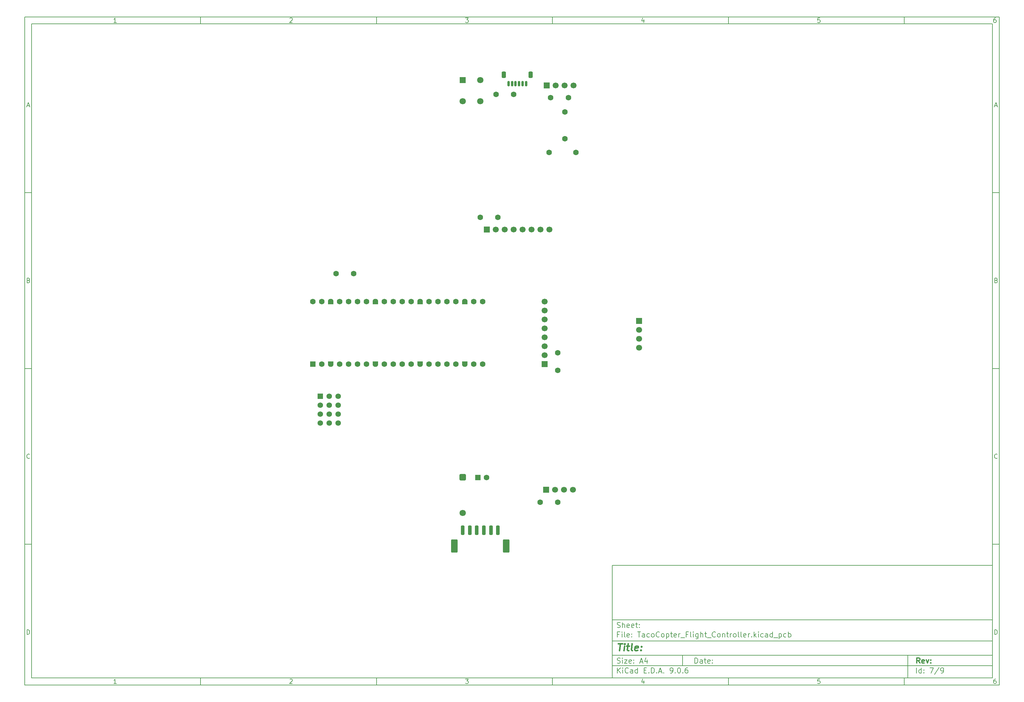
<source format=gts>
%TF.GenerationSoftware,KiCad,Pcbnew,9.0.6*%
%TF.CreationDate,2025-12-23T20:17:25-05:00*%
%TF.ProjectId,TacoCopter_Flight_Controller,5461636f-436f-4707-9465-725f466c6967,rev?*%
%TF.SameCoordinates,Original*%
%TF.FileFunction,Soldermask,Top*%
%TF.FilePolarity,Negative*%
%FSLAX46Y46*%
G04 Gerber Fmt 4.6, Leading zero omitted, Abs format (unit mm)*
G04 Created by KiCad (PCBNEW 9.0.6) date 2025-12-23 20:17:25*
%MOMM*%
%LPD*%
G01*
G04 APERTURE LIST*
G04 Aperture macros list*
%AMRoundRect*
0 Rectangle with rounded corners*
0 $1 Rounding radius*
0 $2 $3 $4 $5 $6 $7 $8 $9 X,Y pos of 4 corners*
0 Add a 4 corners polygon primitive as box body*
4,1,4,$2,$3,$4,$5,$6,$7,$8,$9,$2,$3,0*
0 Add four circle primitives for the rounded corners*
1,1,$1+$1,$2,$3*
1,1,$1+$1,$4,$5*
1,1,$1+$1,$6,$7*
1,1,$1+$1,$8,$9*
0 Add four rect primitives between the rounded corners*
20,1,$1+$1,$2,$3,$4,$5,0*
20,1,$1+$1,$4,$5,$6,$7,0*
20,1,$1+$1,$6,$7,$8,$9,0*
20,1,$1+$1,$8,$9,$2,$3,0*%
%AMFreePoly0*
4,1,37,0.603843,0.796157,0.639018,0.796157,0.711114,0.766294,0.766294,0.711114,0.796157,0.639018,0.796157,0.603843,0.800000,0.600000,0.800000,-0.600000,0.796157,-0.603843,0.796157,-0.639018,0.766294,-0.711114,0.711114,-0.766294,0.639018,-0.796157,0.603843,-0.796157,0.600000,-0.800000,0.000000,-0.800000,0.000000,-0.796148,-0.078414,-0.796148,-0.232228,-0.765552,-0.377117,-0.705537,
-0.507515,-0.618408,-0.618408,-0.507515,-0.705537,-0.377117,-0.765552,-0.232228,-0.796148,-0.078414,-0.796148,0.078414,-0.765552,0.232228,-0.705537,0.377117,-0.618408,0.507515,-0.507515,0.618408,-0.377117,0.705537,-0.232228,0.765552,-0.078414,0.796148,0.000000,0.796148,0.000000,0.800000,0.600000,0.800000,0.603843,0.796157,0.603843,0.796157,$1*%
%AMFreePoly1*
4,1,37,0.000000,0.796148,0.078414,0.796148,0.232228,0.765552,0.377117,0.705537,0.507515,0.618408,0.618408,0.507515,0.705537,0.377117,0.765552,0.232228,0.796148,0.078414,0.796148,-0.078414,0.765552,-0.232228,0.705537,-0.377117,0.618408,-0.507515,0.507515,-0.618408,0.377117,-0.705537,0.232228,-0.765552,0.078414,-0.796148,0.000000,-0.796148,0.000000,-0.800000,-0.600000,-0.800000,
-0.603843,-0.796157,-0.639018,-0.796157,-0.711114,-0.766294,-0.766294,-0.711114,-0.796157,-0.639018,-0.796157,-0.603843,-0.800000,-0.600000,-0.800000,0.600000,-0.796157,0.603843,-0.796157,0.639018,-0.766294,0.711114,-0.711114,0.766294,-0.639018,0.796157,-0.603843,0.796157,-0.600000,0.800000,0.000000,0.800000,0.000000,0.796148,0.000000,0.796148,$1*%
G04 Aperture macros list end*
%ADD10C,0.100000*%
%ADD11C,0.150000*%
%ADD12C,0.300000*%
%ADD13C,0.400000*%
%ADD14RoundRect,0.200000X0.600000X-0.600000X0.600000X0.600000X-0.600000X0.600000X-0.600000X-0.600000X0*%
%ADD15C,1.600000*%
%ADD16FreePoly0,90.000000*%
%ADD17FreePoly1,90.000000*%
%ADD18RoundRect,0.150000X-0.150000X-0.625000X0.150000X-0.625000X0.150000X0.625000X-0.150000X0.625000X0*%
%ADD19RoundRect,0.250000X-0.350000X-0.650000X0.350000X-0.650000X0.350000X0.650000X-0.350000X0.650000X0*%
%ADD20R,1.700000X1.700000*%
%ADD21C,1.700000*%
%ADD22RoundRect,0.250000X-0.550000X-0.550000X0.550000X-0.550000X0.550000X0.550000X-0.550000X0.550000X0*%
%ADD23RoundRect,0.250000X-0.250000X-1.100000X0.250000X-1.100000X0.250000X1.100000X-0.250000X1.100000X0*%
%ADD24RoundRect,0.250000X-0.650000X-1.650000X0.650000X-1.650000X0.650000X1.650000X-0.650000X1.650000X0*%
%ADD25RoundRect,0.102000X-0.685000X0.685000X-0.685000X-0.685000X0.685000X-0.685000X0.685000X0.685000X0*%
%ADD26C,1.574000*%
%ADD27RoundRect,0.250000X-0.650000X0.650000X-0.650000X-0.650000X0.650000X-0.650000X0.650000X0.650000X0*%
%ADD28C,1.800000*%
%ADD29R,1.800000X1.800000*%
G04 APERTURE END LIST*
D10*
D11*
X177002200Y-166007200D02*
X285002200Y-166007200D01*
X285002200Y-198007200D01*
X177002200Y-198007200D01*
X177002200Y-166007200D01*
D10*
D11*
X10000000Y-10000000D02*
X287002200Y-10000000D01*
X287002200Y-200007200D01*
X10000000Y-200007200D01*
X10000000Y-10000000D01*
D10*
D11*
X12000000Y-12000000D02*
X285002200Y-12000000D01*
X285002200Y-198007200D01*
X12000000Y-198007200D01*
X12000000Y-12000000D01*
D10*
D11*
X60000000Y-12000000D02*
X60000000Y-10000000D01*
D10*
D11*
X110000000Y-12000000D02*
X110000000Y-10000000D01*
D10*
D11*
X160000000Y-12000000D02*
X160000000Y-10000000D01*
D10*
D11*
X210000000Y-12000000D02*
X210000000Y-10000000D01*
D10*
D11*
X260000000Y-12000000D02*
X260000000Y-10000000D01*
D10*
D11*
X36089160Y-11593604D02*
X35346303Y-11593604D01*
X35717731Y-11593604D02*
X35717731Y-10293604D01*
X35717731Y-10293604D02*
X35593922Y-10479319D01*
X35593922Y-10479319D02*
X35470112Y-10603128D01*
X35470112Y-10603128D02*
X35346303Y-10665033D01*
D10*
D11*
X85346303Y-10417414D02*
X85408207Y-10355509D01*
X85408207Y-10355509D02*
X85532017Y-10293604D01*
X85532017Y-10293604D02*
X85841541Y-10293604D01*
X85841541Y-10293604D02*
X85965350Y-10355509D01*
X85965350Y-10355509D02*
X86027255Y-10417414D01*
X86027255Y-10417414D02*
X86089160Y-10541223D01*
X86089160Y-10541223D02*
X86089160Y-10665033D01*
X86089160Y-10665033D02*
X86027255Y-10850747D01*
X86027255Y-10850747D02*
X85284398Y-11593604D01*
X85284398Y-11593604D02*
X86089160Y-11593604D01*
D10*
D11*
X135284398Y-10293604D02*
X136089160Y-10293604D01*
X136089160Y-10293604D02*
X135655826Y-10788842D01*
X135655826Y-10788842D02*
X135841541Y-10788842D01*
X135841541Y-10788842D02*
X135965350Y-10850747D01*
X135965350Y-10850747D02*
X136027255Y-10912652D01*
X136027255Y-10912652D02*
X136089160Y-11036461D01*
X136089160Y-11036461D02*
X136089160Y-11345985D01*
X136089160Y-11345985D02*
X136027255Y-11469795D01*
X136027255Y-11469795D02*
X135965350Y-11531700D01*
X135965350Y-11531700D02*
X135841541Y-11593604D01*
X135841541Y-11593604D02*
X135470112Y-11593604D01*
X135470112Y-11593604D02*
X135346303Y-11531700D01*
X135346303Y-11531700D02*
X135284398Y-11469795D01*
D10*
D11*
X185965350Y-10726938D02*
X185965350Y-11593604D01*
X185655826Y-10231700D02*
X185346303Y-11160271D01*
X185346303Y-11160271D02*
X186151064Y-11160271D01*
D10*
D11*
X236027255Y-10293604D02*
X235408207Y-10293604D01*
X235408207Y-10293604D02*
X235346303Y-10912652D01*
X235346303Y-10912652D02*
X235408207Y-10850747D01*
X235408207Y-10850747D02*
X235532017Y-10788842D01*
X235532017Y-10788842D02*
X235841541Y-10788842D01*
X235841541Y-10788842D02*
X235965350Y-10850747D01*
X235965350Y-10850747D02*
X236027255Y-10912652D01*
X236027255Y-10912652D02*
X236089160Y-11036461D01*
X236089160Y-11036461D02*
X236089160Y-11345985D01*
X236089160Y-11345985D02*
X236027255Y-11469795D01*
X236027255Y-11469795D02*
X235965350Y-11531700D01*
X235965350Y-11531700D02*
X235841541Y-11593604D01*
X235841541Y-11593604D02*
X235532017Y-11593604D01*
X235532017Y-11593604D02*
X235408207Y-11531700D01*
X235408207Y-11531700D02*
X235346303Y-11469795D01*
D10*
D11*
X285965350Y-10293604D02*
X285717731Y-10293604D01*
X285717731Y-10293604D02*
X285593922Y-10355509D01*
X285593922Y-10355509D02*
X285532017Y-10417414D01*
X285532017Y-10417414D02*
X285408207Y-10603128D01*
X285408207Y-10603128D02*
X285346303Y-10850747D01*
X285346303Y-10850747D02*
X285346303Y-11345985D01*
X285346303Y-11345985D02*
X285408207Y-11469795D01*
X285408207Y-11469795D02*
X285470112Y-11531700D01*
X285470112Y-11531700D02*
X285593922Y-11593604D01*
X285593922Y-11593604D02*
X285841541Y-11593604D01*
X285841541Y-11593604D02*
X285965350Y-11531700D01*
X285965350Y-11531700D02*
X286027255Y-11469795D01*
X286027255Y-11469795D02*
X286089160Y-11345985D01*
X286089160Y-11345985D02*
X286089160Y-11036461D01*
X286089160Y-11036461D02*
X286027255Y-10912652D01*
X286027255Y-10912652D02*
X285965350Y-10850747D01*
X285965350Y-10850747D02*
X285841541Y-10788842D01*
X285841541Y-10788842D02*
X285593922Y-10788842D01*
X285593922Y-10788842D02*
X285470112Y-10850747D01*
X285470112Y-10850747D02*
X285408207Y-10912652D01*
X285408207Y-10912652D02*
X285346303Y-11036461D01*
D10*
D11*
X60000000Y-198007200D02*
X60000000Y-200007200D01*
D10*
D11*
X110000000Y-198007200D02*
X110000000Y-200007200D01*
D10*
D11*
X160000000Y-198007200D02*
X160000000Y-200007200D01*
D10*
D11*
X210000000Y-198007200D02*
X210000000Y-200007200D01*
D10*
D11*
X260000000Y-198007200D02*
X260000000Y-200007200D01*
D10*
D11*
X36089160Y-199600804D02*
X35346303Y-199600804D01*
X35717731Y-199600804D02*
X35717731Y-198300804D01*
X35717731Y-198300804D02*
X35593922Y-198486519D01*
X35593922Y-198486519D02*
X35470112Y-198610328D01*
X35470112Y-198610328D02*
X35346303Y-198672233D01*
D10*
D11*
X85346303Y-198424614D02*
X85408207Y-198362709D01*
X85408207Y-198362709D02*
X85532017Y-198300804D01*
X85532017Y-198300804D02*
X85841541Y-198300804D01*
X85841541Y-198300804D02*
X85965350Y-198362709D01*
X85965350Y-198362709D02*
X86027255Y-198424614D01*
X86027255Y-198424614D02*
X86089160Y-198548423D01*
X86089160Y-198548423D02*
X86089160Y-198672233D01*
X86089160Y-198672233D02*
X86027255Y-198857947D01*
X86027255Y-198857947D02*
X85284398Y-199600804D01*
X85284398Y-199600804D02*
X86089160Y-199600804D01*
D10*
D11*
X135284398Y-198300804D02*
X136089160Y-198300804D01*
X136089160Y-198300804D02*
X135655826Y-198796042D01*
X135655826Y-198796042D02*
X135841541Y-198796042D01*
X135841541Y-198796042D02*
X135965350Y-198857947D01*
X135965350Y-198857947D02*
X136027255Y-198919852D01*
X136027255Y-198919852D02*
X136089160Y-199043661D01*
X136089160Y-199043661D02*
X136089160Y-199353185D01*
X136089160Y-199353185D02*
X136027255Y-199476995D01*
X136027255Y-199476995D02*
X135965350Y-199538900D01*
X135965350Y-199538900D02*
X135841541Y-199600804D01*
X135841541Y-199600804D02*
X135470112Y-199600804D01*
X135470112Y-199600804D02*
X135346303Y-199538900D01*
X135346303Y-199538900D02*
X135284398Y-199476995D01*
D10*
D11*
X185965350Y-198734138D02*
X185965350Y-199600804D01*
X185655826Y-198238900D02*
X185346303Y-199167471D01*
X185346303Y-199167471D02*
X186151064Y-199167471D01*
D10*
D11*
X236027255Y-198300804D02*
X235408207Y-198300804D01*
X235408207Y-198300804D02*
X235346303Y-198919852D01*
X235346303Y-198919852D02*
X235408207Y-198857947D01*
X235408207Y-198857947D02*
X235532017Y-198796042D01*
X235532017Y-198796042D02*
X235841541Y-198796042D01*
X235841541Y-198796042D02*
X235965350Y-198857947D01*
X235965350Y-198857947D02*
X236027255Y-198919852D01*
X236027255Y-198919852D02*
X236089160Y-199043661D01*
X236089160Y-199043661D02*
X236089160Y-199353185D01*
X236089160Y-199353185D02*
X236027255Y-199476995D01*
X236027255Y-199476995D02*
X235965350Y-199538900D01*
X235965350Y-199538900D02*
X235841541Y-199600804D01*
X235841541Y-199600804D02*
X235532017Y-199600804D01*
X235532017Y-199600804D02*
X235408207Y-199538900D01*
X235408207Y-199538900D02*
X235346303Y-199476995D01*
D10*
D11*
X285965350Y-198300804D02*
X285717731Y-198300804D01*
X285717731Y-198300804D02*
X285593922Y-198362709D01*
X285593922Y-198362709D02*
X285532017Y-198424614D01*
X285532017Y-198424614D02*
X285408207Y-198610328D01*
X285408207Y-198610328D02*
X285346303Y-198857947D01*
X285346303Y-198857947D02*
X285346303Y-199353185D01*
X285346303Y-199353185D02*
X285408207Y-199476995D01*
X285408207Y-199476995D02*
X285470112Y-199538900D01*
X285470112Y-199538900D02*
X285593922Y-199600804D01*
X285593922Y-199600804D02*
X285841541Y-199600804D01*
X285841541Y-199600804D02*
X285965350Y-199538900D01*
X285965350Y-199538900D02*
X286027255Y-199476995D01*
X286027255Y-199476995D02*
X286089160Y-199353185D01*
X286089160Y-199353185D02*
X286089160Y-199043661D01*
X286089160Y-199043661D02*
X286027255Y-198919852D01*
X286027255Y-198919852D02*
X285965350Y-198857947D01*
X285965350Y-198857947D02*
X285841541Y-198796042D01*
X285841541Y-198796042D02*
X285593922Y-198796042D01*
X285593922Y-198796042D02*
X285470112Y-198857947D01*
X285470112Y-198857947D02*
X285408207Y-198919852D01*
X285408207Y-198919852D02*
X285346303Y-199043661D01*
D10*
D11*
X10000000Y-60000000D02*
X12000000Y-60000000D01*
D10*
D11*
X10000000Y-110000000D02*
X12000000Y-110000000D01*
D10*
D11*
X10000000Y-160000000D02*
X12000000Y-160000000D01*
D10*
D11*
X10690476Y-35222176D02*
X11309523Y-35222176D01*
X10566666Y-35593604D02*
X10999999Y-34293604D01*
X10999999Y-34293604D02*
X11433333Y-35593604D01*
D10*
D11*
X11092857Y-84912652D02*
X11278571Y-84974557D01*
X11278571Y-84974557D02*
X11340476Y-85036461D01*
X11340476Y-85036461D02*
X11402380Y-85160271D01*
X11402380Y-85160271D02*
X11402380Y-85345985D01*
X11402380Y-85345985D02*
X11340476Y-85469795D01*
X11340476Y-85469795D02*
X11278571Y-85531700D01*
X11278571Y-85531700D02*
X11154761Y-85593604D01*
X11154761Y-85593604D02*
X10659523Y-85593604D01*
X10659523Y-85593604D02*
X10659523Y-84293604D01*
X10659523Y-84293604D02*
X11092857Y-84293604D01*
X11092857Y-84293604D02*
X11216666Y-84355509D01*
X11216666Y-84355509D02*
X11278571Y-84417414D01*
X11278571Y-84417414D02*
X11340476Y-84541223D01*
X11340476Y-84541223D02*
X11340476Y-84665033D01*
X11340476Y-84665033D02*
X11278571Y-84788842D01*
X11278571Y-84788842D02*
X11216666Y-84850747D01*
X11216666Y-84850747D02*
X11092857Y-84912652D01*
X11092857Y-84912652D02*
X10659523Y-84912652D01*
D10*
D11*
X11402380Y-135469795D02*
X11340476Y-135531700D01*
X11340476Y-135531700D02*
X11154761Y-135593604D01*
X11154761Y-135593604D02*
X11030952Y-135593604D01*
X11030952Y-135593604D02*
X10845238Y-135531700D01*
X10845238Y-135531700D02*
X10721428Y-135407890D01*
X10721428Y-135407890D02*
X10659523Y-135284080D01*
X10659523Y-135284080D02*
X10597619Y-135036461D01*
X10597619Y-135036461D02*
X10597619Y-134850747D01*
X10597619Y-134850747D02*
X10659523Y-134603128D01*
X10659523Y-134603128D02*
X10721428Y-134479319D01*
X10721428Y-134479319D02*
X10845238Y-134355509D01*
X10845238Y-134355509D02*
X11030952Y-134293604D01*
X11030952Y-134293604D02*
X11154761Y-134293604D01*
X11154761Y-134293604D02*
X11340476Y-134355509D01*
X11340476Y-134355509D02*
X11402380Y-134417414D01*
D10*
D11*
X10659523Y-185593604D02*
X10659523Y-184293604D01*
X10659523Y-184293604D02*
X10969047Y-184293604D01*
X10969047Y-184293604D02*
X11154761Y-184355509D01*
X11154761Y-184355509D02*
X11278571Y-184479319D01*
X11278571Y-184479319D02*
X11340476Y-184603128D01*
X11340476Y-184603128D02*
X11402380Y-184850747D01*
X11402380Y-184850747D02*
X11402380Y-185036461D01*
X11402380Y-185036461D02*
X11340476Y-185284080D01*
X11340476Y-185284080D02*
X11278571Y-185407890D01*
X11278571Y-185407890D02*
X11154761Y-185531700D01*
X11154761Y-185531700D02*
X10969047Y-185593604D01*
X10969047Y-185593604D02*
X10659523Y-185593604D01*
D10*
D11*
X287002200Y-60000000D02*
X285002200Y-60000000D01*
D10*
D11*
X287002200Y-110000000D02*
X285002200Y-110000000D01*
D10*
D11*
X287002200Y-160000000D02*
X285002200Y-160000000D01*
D10*
D11*
X285692676Y-35222176D02*
X286311723Y-35222176D01*
X285568866Y-35593604D02*
X286002199Y-34293604D01*
X286002199Y-34293604D02*
X286435533Y-35593604D01*
D10*
D11*
X286095057Y-84912652D02*
X286280771Y-84974557D01*
X286280771Y-84974557D02*
X286342676Y-85036461D01*
X286342676Y-85036461D02*
X286404580Y-85160271D01*
X286404580Y-85160271D02*
X286404580Y-85345985D01*
X286404580Y-85345985D02*
X286342676Y-85469795D01*
X286342676Y-85469795D02*
X286280771Y-85531700D01*
X286280771Y-85531700D02*
X286156961Y-85593604D01*
X286156961Y-85593604D02*
X285661723Y-85593604D01*
X285661723Y-85593604D02*
X285661723Y-84293604D01*
X285661723Y-84293604D02*
X286095057Y-84293604D01*
X286095057Y-84293604D02*
X286218866Y-84355509D01*
X286218866Y-84355509D02*
X286280771Y-84417414D01*
X286280771Y-84417414D02*
X286342676Y-84541223D01*
X286342676Y-84541223D02*
X286342676Y-84665033D01*
X286342676Y-84665033D02*
X286280771Y-84788842D01*
X286280771Y-84788842D02*
X286218866Y-84850747D01*
X286218866Y-84850747D02*
X286095057Y-84912652D01*
X286095057Y-84912652D02*
X285661723Y-84912652D01*
D10*
D11*
X286404580Y-135469795D02*
X286342676Y-135531700D01*
X286342676Y-135531700D02*
X286156961Y-135593604D01*
X286156961Y-135593604D02*
X286033152Y-135593604D01*
X286033152Y-135593604D02*
X285847438Y-135531700D01*
X285847438Y-135531700D02*
X285723628Y-135407890D01*
X285723628Y-135407890D02*
X285661723Y-135284080D01*
X285661723Y-135284080D02*
X285599819Y-135036461D01*
X285599819Y-135036461D02*
X285599819Y-134850747D01*
X285599819Y-134850747D02*
X285661723Y-134603128D01*
X285661723Y-134603128D02*
X285723628Y-134479319D01*
X285723628Y-134479319D02*
X285847438Y-134355509D01*
X285847438Y-134355509D02*
X286033152Y-134293604D01*
X286033152Y-134293604D02*
X286156961Y-134293604D01*
X286156961Y-134293604D02*
X286342676Y-134355509D01*
X286342676Y-134355509D02*
X286404580Y-134417414D01*
D10*
D11*
X285661723Y-185593604D02*
X285661723Y-184293604D01*
X285661723Y-184293604D02*
X285971247Y-184293604D01*
X285971247Y-184293604D02*
X286156961Y-184355509D01*
X286156961Y-184355509D02*
X286280771Y-184479319D01*
X286280771Y-184479319D02*
X286342676Y-184603128D01*
X286342676Y-184603128D02*
X286404580Y-184850747D01*
X286404580Y-184850747D02*
X286404580Y-185036461D01*
X286404580Y-185036461D02*
X286342676Y-185284080D01*
X286342676Y-185284080D02*
X286280771Y-185407890D01*
X286280771Y-185407890D02*
X286156961Y-185531700D01*
X286156961Y-185531700D02*
X285971247Y-185593604D01*
X285971247Y-185593604D02*
X285661723Y-185593604D01*
D10*
D11*
X200458026Y-193793328D02*
X200458026Y-192293328D01*
X200458026Y-192293328D02*
X200815169Y-192293328D01*
X200815169Y-192293328D02*
X201029455Y-192364757D01*
X201029455Y-192364757D02*
X201172312Y-192507614D01*
X201172312Y-192507614D02*
X201243741Y-192650471D01*
X201243741Y-192650471D02*
X201315169Y-192936185D01*
X201315169Y-192936185D02*
X201315169Y-193150471D01*
X201315169Y-193150471D02*
X201243741Y-193436185D01*
X201243741Y-193436185D02*
X201172312Y-193579042D01*
X201172312Y-193579042D02*
X201029455Y-193721900D01*
X201029455Y-193721900D02*
X200815169Y-193793328D01*
X200815169Y-193793328D02*
X200458026Y-193793328D01*
X202600884Y-193793328D02*
X202600884Y-193007614D01*
X202600884Y-193007614D02*
X202529455Y-192864757D01*
X202529455Y-192864757D02*
X202386598Y-192793328D01*
X202386598Y-192793328D02*
X202100884Y-192793328D01*
X202100884Y-192793328D02*
X201958026Y-192864757D01*
X202600884Y-193721900D02*
X202458026Y-193793328D01*
X202458026Y-193793328D02*
X202100884Y-193793328D01*
X202100884Y-193793328D02*
X201958026Y-193721900D01*
X201958026Y-193721900D02*
X201886598Y-193579042D01*
X201886598Y-193579042D02*
X201886598Y-193436185D01*
X201886598Y-193436185D02*
X201958026Y-193293328D01*
X201958026Y-193293328D02*
X202100884Y-193221900D01*
X202100884Y-193221900D02*
X202458026Y-193221900D01*
X202458026Y-193221900D02*
X202600884Y-193150471D01*
X203100884Y-192793328D02*
X203672312Y-192793328D01*
X203315169Y-192293328D02*
X203315169Y-193579042D01*
X203315169Y-193579042D02*
X203386598Y-193721900D01*
X203386598Y-193721900D02*
X203529455Y-193793328D01*
X203529455Y-193793328D02*
X203672312Y-193793328D01*
X204743741Y-193721900D02*
X204600884Y-193793328D01*
X204600884Y-193793328D02*
X204315170Y-193793328D01*
X204315170Y-193793328D02*
X204172312Y-193721900D01*
X204172312Y-193721900D02*
X204100884Y-193579042D01*
X204100884Y-193579042D02*
X204100884Y-193007614D01*
X204100884Y-193007614D02*
X204172312Y-192864757D01*
X204172312Y-192864757D02*
X204315170Y-192793328D01*
X204315170Y-192793328D02*
X204600884Y-192793328D01*
X204600884Y-192793328D02*
X204743741Y-192864757D01*
X204743741Y-192864757D02*
X204815170Y-193007614D01*
X204815170Y-193007614D02*
X204815170Y-193150471D01*
X204815170Y-193150471D02*
X204100884Y-193293328D01*
X205458026Y-193650471D02*
X205529455Y-193721900D01*
X205529455Y-193721900D02*
X205458026Y-193793328D01*
X205458026Y-193793328D02*
X205386598Y-193721900D01*
X205386598Y-193721900D02*
X205458026Y-193650471D01*
X205458026Y-193650471D02*
X205458026Y-193793328D01*
X205458026Y-192864757D02*
X205529455Y-192936185D01*
X205529455Y-192936185D02*
X205458026Y-193007614D01*
X205458026Y-193007614D02*
X205386598Y-192936185D01*
X205386598Y-192936185D02*
X205458026Y-192864757D01*
X205458026Y-192864757D02*
X205458026Y-193007614D01*
D10*
D11*
X177002200Y-194507200D02*
X285002200Y-194507200D01*
D10*
D11*
X178458026Y-196593328D02*
X178458026Y-195093328D01*
X179315169Y-196593328D02*
X178672312Y-195736185D01*
X179315169Y-195093328D02*
X178458026Y-195950471D01*
X179958026Y-196593328D02*
X179958026Y-195593328D01*
X179958026Y-195093328D02*
X179886598Y-195164757D01*
X179886598Y-195164757D02*
X179958026Y-195236185D01*
X179958026Y-195236185D02*
X180029455Y-195164757D01*
X180029455Y-195164757D02*
X179958026Y-195093328D01*
X179958026Y-195093328D02*
X179958026Y-195236185D01*
X181529455Y-196450471D02*
X181458027Y-196521900D01*
X181458027Y-196521900D02*
X181243741Y-196593328D01*
X181243741Y-196593328D02*
X181100884Y-196593328D01*
X181100884Y-196593328D02*
X180886598Y-196521900D01*
X180886598Y-196521900D02*
X180743741Y-196379042D01*
X180743741Y-196379042D02*
X180672312Y-196236185D01*
X180672312Y-196236185D02*
X180600884Y-195950471D01*
X180600884Y-195950471D02*
X180600884Y-195736185D01*
X180600884Y-195736185D02*
X180672312Y-195450471D01*
X180672312Y-195450471D02*
X180743741Y-195307614D01*
X180743741Y-195307614D02*
X180886598Y-195164757D01*
X180886598Y-195164757D02*
X181100884Y-195093328D01*
X181100884Y-195093328D02*
X181243741Y-195093328D01*
X181243741Y-195093328D02*
X181458027Y-195164757D01*
X181458027Y-195164757D02*
X181529455Y-195236185D01*
X182815170Y-196593328D02*
X182815170Y-195807614D01*
X182815170Y-195807614D02*
X182743741Y-195664757D01*
X182743741Y-195664757D02*
X182600884Y-195593328D01*
X182600884Y-195593328D02*
X182315170Y-195593328D01*
X182315170Y-195593328D02*
X182172312Y-195664757D01*
X182815170Y-196521900D02*
X182672312Y-196593328D01*
X182672312Y-196593328D02*
X182315170Y-196593328D01*
X182315170Y-196593328D02*
X182172312Y-196521900D01*
X182172312Y-196521900D02*
X182100884Y-196379042D01*
X182100884Y-196379042D02*
X182100884Y-196236185D01*
X182100884Y-196236185D02*
X182172312Y-196093328D01*
X182172312Y-196093328D02*
X182315170Y-196021900D01*
X182315170Y-196021900D02*
X182672312Y-196021900D01*
X182672312Y-196021900D02*
X182815170Y-195950471D01*
X184172313Y-196593328D02*
X184172313Y-195093328D01*
X184172313Y-196521900D02*
X184029455Y-196593328D01*
X184029455Y-196593328D02*
X183743741Y-196593328D01*
X183743741Y-196593328D02*
X183600884Y-196521900D01*
X183600884Y-196521900D02*
X183529455Y-196450471D01*
X183529455Y-196450471D02*
X183458027Y-196307614D01*
X183458027Y-196307614D02*
X183458027Y-195879042D01*
X183458027Y-195879042D02*
X183529455Y-195736185D01*
X183529455Y-195736185D02*
X183600884Y-195664757D01*
X183600884Y-195664757D02*
X183743741Y-195593328D01*
X183743741Y-195593328D02*
X184029455Y-195593328D01*
X184029455Y-195593328D02*
X184172313Y-195664757D01*
X186029455Y-195807614D02*
X186529455Y-195807614D01*
X186743741Y-196593328D02*
X186029455Y-196593328D01*
X186029455Y-196593328D02*
X186029455Y-195093328D01*
X186029455Y-195093328D02*
X186743741Y-195093328D01*
X187386598Y-196450471D02*
X187458027Y-196521900D01*
X187458027Y-196521900D02*
X187386598Y-196593328D01*
X187386598Y-196593328D02*
X187315170Y-196521900D01*
X187315170Y-196521900D02*
X187386598Y-196450471D01*
X187386598Y-196450471D02*
X187386598Y-196593328D01*
X188100884Y-196593328D02*
X188100884Y-195093328D01*
X188100884Y-195093328D02*
X188458027Y-195093328D01*
X188458027Y-195093328D02*
X188672313Y-195164757D01*
X188672313Y-195164757D02*
X188815170Y-195307614D01*
X188815170Y-195307614D02*
X188886599Y-195450471D01*
X188886599Y-195450471D02*
X188958027Y-195736185D01*
X188958027Y-195736185D02*
X188958027Y-195950471D01*
X188958027Y-195950471D02*
X188886599Y-196236185D01*
X188886599Y-196236185D02*
X188815170Y-196379042D01*
X188815170Y-196379042D02*
X188672313Y-196521900D01*
X188672313Y-196521900D02*
X188458027Y-196593328D01*
X188458027Y-196593328D02*
X188100884Y-196593328D01*
X189600884Y-196450471D02*
X189672313Y-196521900D01*
X189672313Y-196521900D02*
X189600884Y-196593328D01*
X189600884Y-196593328D02*
X189529456Y-196521900D01*
X189529456Y-196521900D02*
X189600884Y-196450471D01*
X189600884Y-196450471D02*
X189600884Y-196593328D01*
X190243742Y-196164757D02*
X190958028Y-196164757D01*
X190100885Y-196593328D02*
X190600885Y-195093328D01*
X190600885Y-195093328D02*
X191100885Y-196593328D01*
X191600884Y-196450471D02*
X191672313Y-196521900D01*
X191672313Y-196521900D02*
X191600884Y-196593328D01*
X191600884Y-196593328D02*
X191529456Y-196521900D01*
X191529456Y-196521900D02*
X191600884Y-196450471D01*
X191600884Y-196450471D02*
X191600884Y-196593328D01*
X193529456Y-196593328D02*
X193815170Y-196593328D01*
X193815170Y-196593328D02*
X193958027Y-196521900D01*
X193958027Y-196521900D02*
X194029456Y-196450471D01*
X194029456Y-196450471D02*
X194172313Y-196236185D01*
X194172313Y-196236185D02*
X194243742Y-195950471D01*
X194243742Y-195950471D02*
X194243742Y-195379042D01*
X194243742Y-195379042D02*
X194172313Y-195236185D01*
X194172313Y-195236185D02*
X194100885Y-195164757D01*
X194100885Y-195164757D02*
X193958027Y-195093328D01*
X193958027Y-195093328D02*
X193672313Y-195093328D01*
X193672313Y-195093328D02*
X193529456Y-195164757D01*
X193529456Y-195164757D02*
X193458027Y-195236185D01*
X193458027Y-195236185D02*
X193386599Y-195379042D01*
X193386599Y-195379042D02*
X193386599Y-195736185D01*
X193386599Y-195736185D02*
X193458027Y-195879042D01*
X193458027Y-195879042D02*
X193529456Y-195950471D01*
X193529456Y-195950471D02*
X193672313Y-196021900D01*
X193672313Y-196021900D02*
X193958027Y-196021900D01*
X193958027Y-196021900D02*
X194100885Y-195950471D01*
X194100885Y-195950471D02*
X194172313Y-195879042D01*
X194172313Y-195879042D02*
X194243742Y-195736185D01*
X194886598Y-196450471D02*
X194958027Y-196521900D01*
X194958027Y-196521900D02*
X194886598Y-196593328D01*
X194886598Y-196593328D02*
X194815170Y-196521900D01*
X194815170Y-196521900D02*
X194886598Y-196450471D01*
X194886598Y-196450471D02*
X194886598Y-196593328D01*
X195886599Y-195093328D02*
X196029456Y-195093328D01*
X196029456Y-195093328D02*
X196172313Y-195164757D01*
X196172313Y-195164757D02*
X196243742Y-195236185D01*
X196243742Y-195236185D02*
X196315170Y-195379042D01*
X196315170Y-195379042D02*
X196386599Y-195664757D01*
X196386599Y-195664757D02*
X196386599Y-196021900D01*
X196386599Y-196021900D02*
X196315170Y-196307614D01*
X196315170Y-196307614D02*
X196243742Y-196450471D01*
X196243742Y-196450471D02*
X196172313Y-196521900D01*
X196172313Y-196521900D02*
X196029456Y-196593328D01*
X196029456Y-196593328D02*
X195886599Y-196593328D01*
X195886599Y-196593328D02*
X195743742Y-196521900D01*
X195743742Y-196521900D02*
X195672313Y-196450471D01*
X195672313Y-196450471D02*
X195600884Y-196307614D01*
X195600884Y-196307614D02*
X195529456Y-196021900D01*
X195529456Y-196021900D02*
X195529456Y-195664757D01*
X195529456Y-195664757D02*
X195600884Y-195379042D01*
X195600884Y-195379042D02*
X195672313Y-195236185D01*
X195672313Y-195236185D02*
X195743742Y-195164757D01*
X195743742Y-195164757D02*
X195886599Y-195093328D01*
X197029455Y-196450471D02*
X197100884Y-196521900D01*
X197100884Y-196521900D02*
X197029455Y-196593328D01*
X197029455Y-196593328D02*
X196958027Y-196521900D01*
X196958027Y-196521900D02*
X197029455Y-196450471D01*
X197029455Y-196450471D02*
X197029455Y-196593328D01*
X198386599Y-195093328D02*
X198100884Y-195093328D01*
X198100884Y-195093328D02*
X197958027Y-195164757D01*
X197958027Y-195164757D02*
X197886599Y-195236185D01*
X197886599Y-195236185D02*
X197743741Y-195450471D01*
X197743741Y-195450471D02*
X197672313Y-195736185D01*
X197672313Y-195736185D02*
X197672313Y-196307614D01*
X197672313Y-196307614D02*
X197743741Y-196450471D01*
X197743741Y-196450471D02*
X197815170Y-196521900D01*
X197815170Y-196521900D02*
X197958027Y-196593328D01*
X197958027Y-196593328D02*
X198243741Y-196593328D01*
X198243741Y-196593328D02*
X198386599Y-196521900D01*
X198386599Y-196521900D02*
X198458027Y-196450471D01*
X198458027Y-196450471D02*
X198529456Y-196307614D01*
X198529456Y-196307614D02*
X198529456Y-195950471D01*
X198529456Y-195950471D02*
X198458027Y-195807614D01*
X198458027Y-195807614D02*
X198386599Y-195736185D01*
X198386599Y-195736185D02*
X198243741Y-195664757D01*
X198243741Y-195664757D02*
X197958027Y-195664757D01*
X197958027Y-195664757D02*
X197815170Y-195736185D01*
X197815170Y-195736185D02*
X197743741Y-195807614D01*
X197743741Y-195807614D02*
X197672313Y-195950471D01*
D10*
D11*
X177002200Y-191507200D02*
X285002200Y-191507200D01*
D10*
D12*
X264413853Y-193785528D02*
X263913853Y-193071242D01*
X263556710Y-193785528D02*
X263556710Y-192285528D01*
X263556710Y-192285528D02*
X264128139Y-192285528D01*
X264128139Y-192285528D02*
X264270996Y-192356957D01*
X264270996Y-192356957D02*
X264342425Y-192428385D01*
X264342425Y-192428385D02*
X264413853Y-192571242D01*
X264413853Y-192571242D02*
X264413853Y-192785528D01*
X264413853Y-192785528D02*
X264342425Y-192928385D01*
X264342425Y-192928385D02*
X264270996Y-192999814D01*
X264270996Y-192999814D02*
X264128139Y-193071242D01*
X264128139Y-193071242D02*
X263556710Y-193071242D01*
X265628139Y-193714100D02*
X265485282Y-193785528D01*
X265485282Y-193785528D02*
X265199568Y-193785528D01*
X265199568Y-193785528D02*
X265056710Y-193714100D01*
X265056710Y-193714100D02*
X264985282Y-193571242D01*
X264985282Y-193571242D02*
X264985282Y-192999814D01*
X264985282Y-192999814D02*
X265056710Y-192856957D01*
X265056710Y-192856957D02*
X265199568Y-192785528D01*
X265199568Y-192785528D02*
X265485282Y-192785528D01*
X265485282Y-192785528D02*
X265628139Y-192856957D01*
X265628139Y-192856957D02*
X265699568Y-192999814D01*
X265699568Y-192999814D02*
X265699568Y-193142671D01*
X265699568Y-193142671D02*
X264985282Y-193285528D01*
X266199567Y-192785528D02*
X266556710Y-193785528D01*
X266556710Y-193785528D02*
X266913853Y-192785528D01*
X267485281Y-193642671D02*
X267556710Y-193714100D01*
X267556710Y-193714100D02*
X267485281Y-193785528D01*
X267485281Y-193785528D02*
X267413853Y-193714100D01*
X267413853Y-193714100D02*
X267485281Y-193642671D01*
X267485281Y-193642671D02*
X267485281Y-193785528D01*
X267485281Y-192856957D02*
X267556710Y-192928385D01*
X267556710Y-192928385D02*
X267485281Y-192999814D01*
X267485281Y-192999814D02*
X267413853Y-192928385D01*
X267413853Y-192928385D02*
X267485281Y-192856957D01*
X267485281Y-192856957D02*
X267485281Y-192999814D01*
D10*
D11*
X178386598Y-193721900D02*
X178600884Y-193793328D01*
X178600884Y-193793328D02*
X178958026Y-193793328D01*
X178958026Y-193793328D02*
X179100884Y-193721900D01*
X179100884Y-193721900D02*
X179172312Y-193650471D01*
X179172312Y-193650471D02*
X179243741Y-193507614D01*
X179243741Y-193507614D02*
X179243741Y-193364757D01*
X179243741Y-193364757D02*
X179172312Y-193221900D01*
X179172312Y-193221900D02*
X179100884Y-193150471D01*
X179100884Y-193150471D02*
X178958026Y-193079042D01*
X178958026Y-193079042D02*
X178672312Y-193007614D01*
X178672312Y-193007614D02*
X178529455Y-192936185D01*
X178529455Y-192936185D02*
X178458026Y-192864757D01*
X178458026Y-192864757D02*
X178386598Y-192721900D01*
X178386598Y-192721900D02*
X178386598Y-192579042D01*
X178386598Y-192579042D02*
X178458026Y-192436185D01*
X178458026Y-192436185D02*
X178529455Y-192364757D01*
X178529455Y-192364757D02*
X178672312Y-192293328D01*
X178672312Y-192293328D02*
X179029455Y-192293328D01*
X179029455Y-192293328D02*
X179243741Y-192364757D01*
X179886597Y-193793328D02*
X179886597Y-192793328D01*
X179886597Y-192293328D02*
X179815169Y-192364757D01*
X179815169Y-192364757D02*
X179886597Y-192436185D01*
X179886597Y-192436185D02*
X179958026Y-192364757D01*
X179958026Y-192364757D02*
X179886597Y-192293328D01*
X179886597Y-192293328D02*
X179886597Y-192436185D01*
X180458026Y-192793328D02*
X181243741Y-192793328D01*
X181243741Y-192793328D02*
X180458026Y-193793328D01*
X180458026Y-193793328D02*
X181243741Y-193793328D01*
X182386598Y-193721900D02*
X182243741Y-193793328D01*
X182243741Y-193793328D02*
X181958027Y-193793328D01*
X181958027Y-193793328D02*
X181815169Y-193721900D01*
X181815169Y-193721900D02*
X181743741Y-193579042D01*
X181743741Y-193579042D02*
X181743741Y-193007614D01*
X181743741Y-193007614D02*
X181815169Y-192864757D01*
X181815169Y-192864757D02*
X181958027Y-192793328D01*
X181958027Y-192793328D02*
X182243741Y-192793328D01*
X182243741Y-192793328D02*
X182386598Y-192864757D01*
X182386598Y-192864757D02*
X182458027Y-193007614D01*
X182458027Y-193007614D02*
X182458027Y-193150471D01*
X182458027Y-193150471D02*
X181743741Y-193293328D01*
X183100883Y-193650471D02*
X183172312Y-193721900D01*
X183172312Y-193721900D02*
X183100883Y-193793328D01*
X183100883Y-193793328D02*
X183029455Y-193721900D01*
X183029455Y-193721900D02*
X183100883Y-193650471D01*
X183100883Y-193650471D02*
X183100883Y-193793328D01*
X183100883Y-192864757D02*
X183172312Y-192936185D01*
X183172312Y-192936185D02*
X183100883Y-193007614D01*
X183100883Y-193007614D02*
X183029455Y-192936185D01*
X183029455Y-192936185D02*
X183100883Y-192864757D01*
X183100883Y-192864757D02*
X183100883Y-193007614D01*
X184886598Y-193364757D02*
X185600884Y-193364757D01*
X184743741Y-193793328D02*
X185243741Y-192293328D01*
X185243741Y-192293328D02*
X185743741Y-193793328D01*
X186886598Y-192793328D02*
X186886598Y-193793328D01*
X186529455Y-192221900D02*
X186172312Y-193293328D01*
X186172312Y-193293328D02*
X187100883Y-193293328D01*
D10*
D11*
X263458026Y-196593328D02*
X263458026Y-195093328D01*
X264815170Y-196593328D02*
X264815170Y-195093328D01*
X264815170Y-196521900D02*
X264672312Y-196593328D01*
X264672312Y-196593328D02*
X264386598Y-196593328D01*
X264386598Y-196593328D02*
X264243741Y-196521900D01*
X264243741Y-196521900D02*
X264172312Y-196450471D01*
X264172312Y-196450471D02*
X264100884Y-196307614D01*
X264100884Y-196307614D02*
X264100884Y-195879042D01*
X264100884Y-195879042D02*
X264172312Y-195736185D01*
X264172312Y-195736185D02*
X264243741Y-195664757D01*
X264243741Y-195664757D02*
X264386598Y-195593328D01*
X264386598Y-195593328D02*
X264672312Y-195593328D01*
X264672312Y-195593328D02*
X264815170Y-195664757D01*
X265529455Y-196450471D02*
X265600884Y-196521900D01*
X265600884Y-196521900D02*
X265529455Y-196593328D01*
X265529455Y-196593328D02*
X265458027Y-196521900D01*
X265458027Y-196521900D02*
X265529455Y-196450471D01*
X265529455Y-196450471D02*
X265529455Y-196593328D01*
X265529455Y-195664757D02*
X265600884Y-195736185D01*
X265600884Y-195736185D02*
X265529455Y-195807614D01*
X265529455Y-195807614D02*
X265458027Y-195736185D01*
X265458027Y-195736185D02*
X265529455Y-195664757D01*
X265529455Y-195664757D02*
X265529455Y-195807614D01*
X267243741Y-195093328D02*
X268243741Y-195093328D01*
X268243741Y-195093328D02*
X267600884Y-196593328D01*
X269886598Y-195021900D02*
X268600884Y-196950471D01*
X270458027Y-196593328D02*
X270743741Y-196593328D01*
X270743741Y-196593328D02*
X270886598Y-196521900D01*
X270886598Y-196521900D02*
X270958027Y-196450471D01*
X270958027Y-196450471D02*
X271100884Y-196236185D01*
X271100884Y-196236185D02*
X271172313Y-195950471D01*
X271172313Y-195950471D02*
X271172313Y-195379042D01*
X271172313Y-195379042D02*
X271100884Y-195236185D01*
X271100884Y-195236185D02*
X271029456Y-195164757D01*
X271029456Y-195164757D02*
X270886598Y-195093328D01*
X270886598Y-195093328D02*
X270600884Y-195093328D01*
X270600884Y-195093328D02*
X270458027Y-195164757D01*
X270458027Y-195164757D02*
X270386598Y-195236185D01*
X270386598Y-195236185D02*
X270315170Y-195379042D01*
X270315170Y-195379042D02*
X270315170Y-195736185D01*
X270315170Y-195736185D02*
X270386598Y-195879042D01*
X270386598Y-195879042D02*
X270458027Y-195950471D01*
X270458027Y-195950471D02*
X270600884Y-196021900D01*
X270600884Y-196021900D02*
X270886598Y-196021900D01*
X270886598Y-196021900D02*
X271029456Y-195950471D01*
X271029456Y-195950471D02*
X271100884Y-195879042D01*
X271100884Y-195879042D02*
X271172313Y-195736185D01*
D10*
D11*
X177002200Y-187507200D02*
X285002200Y-187507200D01*
D10*
D13*
X178693928Y-188211638D02*
X179836785Y-188211638D01*
X179015357Y-190211638D02*
X179265357Y-188211638D01*
X180253452Y-190211638D02*
X180420119Y-188878304D01*
X180503452Y-188211638D02*
X180396309Y-188306876D01*
X180396309Y-188306876D02*
X180479643Y-188402114D01*
X180479643Y-188402114D02*
X180586786Y-188306876D01*
X180586786Y-188306876D02*
X180503452Y-188211638D01*
X180503452Y-188211638D02*
X180479643Y-188402114D01*
X181086786Y-188878304D02*
X181848690Y-188878304D01*
X181455833Y-188211638D02*
X181241548Y-189925923D01*
X181241548Y-189925923D02*
X181312976Y-190116400D01*
X181312976Y-190116400D02*
X181491548Y-190211638D01*
X181491548Y-190211638D02*
X181682024Y-190211638D01*
X182634405Y-190211638D02*
X182455833Y-190116400D01*
X182455833Y-190116400D02*
X182384405Y-189925923D01*
X182384405Y-189925923D02*
X182598690Y-188211638D01*
X184170119Y-190116400D02*
X183967738Y-190211638D01*
X183967738Y-190211638D02*
X183586785Y-190211638D01*
X183586785Y-190211638D02*
X183408214Y-190116400D01*
X183408214Y-190116400D02*
X183336785Y-189925923D01*
X183336785Y-189925923D02*
X183432024Y-189164019D01*
X183432024Y-189164019D02*
X183551071Y-188973542D01*
X183551071Y-188973542D02*
X183753452Y-188878304D01*
X183753452Y-188878304D02*
X184134404Y-188878304D01*
X184134404Y-188878304D02*
X184312976Y-188973542D01*
X184312976Y-188973542D02*
X184384404Y-189164019D01*
X184384404Y-189164019D02*
X184360595Y-189354495D01*
X184360595Y-189354495D02*
X183384404Y-189544971D01*
X185134405Y-190021161D02*
X185217738Y-190116400D01*
X185217738Y-190116400D02*
X185110595Y-190211638D01*
X185110595Y-190211638D02*
X185027262Y-190116400D01*
X185027262Y-190116400D02*
X185134405Y-190021161D01*
X185134405Y-190021161D02*
X185110595Y-190211638D01*
X185265357Y-188973542D02*
X185348690Y-189068780D01*
X185348690Y-189068780D02*
X185241548Y-189164019D01*
X185241548Y-189164019D02*
X185158214Y-189068780D01*
X185158214Y-189068780D02*
X185265357Y-188973542D01*
X185265357Y-188973542D02*
X185241548Y-189164019D01*
D10*
D11*
X178958026Y-185607614D02*
X178458026Y-185607614D01*
X178458026Y-186393328D02*
X178458026Y-184893328D01*
X178458026Y-184893328D02*
X179172312Y-184893328D01*
X179743740Y-186393328D02*
X179743740Y-185393328D01*
X179743740Y-184893328D02*
X179672312Y-184964757D01*
X179672312Y-184964757D02*
X179743740Y-185036185D01*
X179743740Y-185036185D02*
X179815169Y-184964757D01*
X179815169Y-184964757D02*
X179743740Y-184893328D01*
X179743740Y-184893328D02*
X179743740Y-185036185D01*
X180672312Y-186393328D02*
X180529455Y-186321900D01*
X180529455Y-186321900D02*
X180458026Y-186179042D01*
X180458026Y-186179042D02*
X180458026Y-184893328D01*
X181815169Y-186321900D02*
X181672312Y-186393328D01*
X181672312Y-186393328D02*
X181386598Y-186393328D01*
X181386598Y-186393328D02*
X181243740Y-186321900D01*
X181243740Y-186321900D02*
X181172312Y-186179042D01*
X181172312Y-186179042D02*
X181172312Y-185607614D01*
X181172312Y-185607614D02*
X181243740Y-185464757D01*
X181243740Y-185464757D02*
X181386598Y-185393328D01*
X181386598Y-185393328D02*
X181672312Y-185393328D01*
X181672312Y-185393328D02*
X181815169Y-185464757D01*
X181815169Y-185464757D02*
X181886598Y-185607614D01*
X181886598Y-185607614D02*
X181886598Y-185750471D01*
X181886598Y-185750471D02*
X181172312Y-185893328D01*
X182529454Y-186250471D02*
X182600883Y-186321900D01*
X182600883Y-186321900D02*
X182529454Y-186393328D01*
X182529454Y-186393328D02*
X182458026Y-186321900D01*
X182458026Y-186321900D02*
X182529454Y-186250471D01*
X182529454Y-186250471D02*
X182529454Y-186393328D01*
X182529454Y-185464757D02*
X182600883Y-185536185D01*
X182600883Y-185536185D02*
X182529454Y-185607614D01*
X182529454Y-185607614D02*
X182458026Y-185536185D01*
X182458026Y-185536185D02*
X182529454Y-185464757D01*
X182529454Y-185464757D02*
X182529454Y-185607614D01*
X184172312Y-184893328D02*
X185029455Y-184893328D01*
X184600883Y-186393328D02*
X184600883Y-184893328D01*
X186172312Y-186393328D02*
X186172312Y-185607614D01*
X186172312Y-185607614D02*
X186100883Y-185464757D01*
X186100883Y-185464757D02*
X185958026Y-185393328D01*
X185958026Y-185393328D02*
X185672312Y-185393328D01*
X185672312Y-185393328D02*
X185529454Y-185464757D01*
X186172312Y-186321900D02*
X186029454Y-186393328D01*
X186029454Y-186393328D02*
X185672312Y-186393328D01*
X185672312Y-186393328D02*
X185529454Y-186321900D01*
X185529454Y-186321900D02*
X185458026Y-186179042D01*
X185458026Y-186179042D02*
X185458026Y-186036185D01*
X185458026Y-186036185D02*
X185529454Y-185893328D01*
X185529454Y-185893328D02*
X185672312Y-185821900D01*
X185672312Y-185821900D02*
X186029454Y-185821900D01*
X186029454Y-185821900D02*
X186172312Y-185750471D01*
X187529455Y-186321900D02*
X187386597Y-186393328D01*
X187386597Y-186393328D02*
X187100883Y-186393328D01*
X187100883Y-186393328D02*
X186958026Y-186321900D01*
X186958026Y-186321900D02*
X186886597Y-186250471D01*
X186886597Y-186250471D02*
X186815169Y-186107614D01*
X186815169Y-186107614D02*
X186815169Y-185679042D01*
X186815169Y-185679042D02*
X186886597Y-185536185D01*
X186886597Y-185536185D02*
X186958026Y-185464757D01*
X186958026Y-185464757D02*
X187100883Y-185393328D01*
X187100883Y-185393328D02*
X187386597Y-185393328D01*
X187386597Y-185393328D02*
X187529455Y-185464757D01*
X188386597Y-186393328D02*
X188243740Y-186321900D01*
X188243740Y-186321900D02*
X188172311Y-186250471D01*
X188172311Y-186250471D02*
X188100883Y-186107614D01*
X188100883Y-186107614D02*
X188100883Y-185679042D01*
X188100883Y-185679042D02*
X188172311Y-185536185D01*
X188172311Y-185536185D02*
X188243740Y-185464757D01*
X188243740Y-185464757D02*
X188386597Y-185393328D01*
X188386597Y-185393328D02*
X188600883Y-185393328D01*
X188600883Y-185393328D02*
X188743740Y-185464757D01*
X188743740Y-185464757D02*
X188815169Y-185536185D01*
X188815169Y-185536185D02*
X188886597Y-185679042D01*
X188886597Y-185679042D02*
X188886597Y-186107614D01*
X188886597Y-186107614D02*
X188815169Y-186250471D01*
X188815169Y-186250471D02*
X188743740Y-186321900D01*
X188743740Y-186321900D02*
X188600883Y-186393328D01*
X188600883Y-186393328D02*
X188386597Y-186393328D01*
X190386597Y-186250471D02*
X190315169Y-186321900D01*
X190315169Y-186321900D02*
X190100883Y-186393328D01*
X190100883Y-186393328D02*
X189958026Y-186393328D01*
X189958026Y-186393328D02*
X189743740Y-186321900D01*
X189743740Y-186321900D02*
X189600883Y-186179042D01*
X189600883Y-186179042D02*
X189529454Y-186036185D01*
X189529454Y-186036185D02*
X189458026Y-185750471D01*
X189458026Y-185750471D02*
X189458026Y-185536185D01*
X189458026Y-185536185D02*
X189529454Y-185250471D01*
X189529454Y-185250471D02*
X189600883Y-185107614D01*
X189600883Y-185107614D02*
X189743740Y-184964757D01*
X189743740Y-184964757D02*
X189958026Y-184893328D01*
X189958026Y-184893328D02*
X190100883Y-184893328D01*
X190100883Y-184893328D02*
X190315169Y-184964757D01*
X190315169Y-184964757D02*
X190386597Y-185036185D01*
X191243740Y-186393328D02*
X191100883Y-186321900D01*
X191100883Y-186321900D02*
X191029454Y-186250471D01*
X191029454Y-186250471D02*
X190958026Y-186107614D01*
X190958026Y-186107614D02*
X190958026Y-185679042D01*
X190958026Y-185679042D02*
X191029454Y-185536185D01*
X191029454Y-185536185D02*
X191100883Y-185464757D01*
X191100883Y-185464757D02*
X191243740Y-185393328D01*
X191243740Y-185393328D02*
X191458026Y-185393328D01*
X191458026Y-185393328D02*
X191600883Y-185464757D01*
X191600883Y-185464757D02*
X191672312Y-185536185D01*
X191672312Y-185536185D02*
X191743740Y-185679042D01*
X191743740Y-185679042D02*
X191743740Y-186107614D01*
X191743740Y-186107614D02*
X191672312Y-186250471D01*
X191672312Y-186250471D02*
X191600883Y-186321900D01*
X191600883Y-186321900D02*
X191458026Y-186393328D01*
X191458026Y-186393328D02*
X191243740Y-186393328D01*
X192386597Y-185393328D02*
X192386597Y-186893328D01*
X192386597Y-185464757D02*
X192529455Y-185393328D01*
X192529455Y-185393328D02*
X192815169Y-185393328D01*
X192815169Y-185393328D02*
X192958026Y-185464757D01*
X192958026Y-185464757D02*
X193029455Y-185536185D01*
X193029455Y-185536185D02*
X193100883Y-185679042D01*
X193100883Y-185679042D02*
X193100883Y-186107614D01*
X193100883Y-186107614D02*
X193029455Y-186250471D01*
X193029455Y-186250471D02*
X192958026Y-186321900D01*
X192958026Y-186321900D02*
X192815169Y-186393328D01*
X192815169Y-186393328D02*
X192529455Y-186393328D01*
X192529455Y-186393328D02*
X192386597Y-186321900D01*
X193529455Y-185393328D02*
X194100883Y-185393328D01*
X193743740Y-184893328D02*
X193743740Y-186179042D01*
X193743740Y-186179042D02*
X193815169Y-186321900D01*
X193815169Y-186321900D02*
X193958026Y-186393328D01*
X193958026Y-186393328D02*
X194100883Y-186393328D01*
X195172312Y-186321900D02*
X195029455Y-186393328D01*
X195029455Y-186393328D02*
X194743741Y-186393328D01*
X194743741Y-186393328D02*
X194600883Y-186321900D01*
X194600883Y-186321900D02*
X194529455Y-186179042D01*
X194529455Y-186179042D02*
X194529455Y-185607614D01*
X194529455Y-185607614D02*
X194600883Y-185464757D01*
X194600883Y-185464757D02*
X194743741Y-185393328D01*
X194743741Y-185393328D02*
X195029455Y-185393328D01*
X195029455Y-185393328D02*
X195172312Y-185464757D01*
X195172312Y-185464757D02*
X195243741Y-185607614D01*
X195243741Y-185607614D02*
X195243741Y-185750471D01*
X195243741Y-185750471D02*
X194529455Y-185893328D01*
X195886597Y-186393328D02*
X195886597Y-185393328D01*
X195886597Y-185679042D02*
X195958026Y-185536185D01*
X195958026Y-185536185D02*
X196029455Y-185464757D01*
X196029455Y-185464757D02*
X196172312Y-185393328D01*
X196172312Y-185393328D02*
X196315169Y-185393328D01*
X196458026Y-186536185D02*
X197600883Y-186536185D01*
X198458025Y-185607614D02*
X197958025Y-185607614D01*
X197958025Y-186393328D02*
X197958025Y-184893328D01*
X197958025Y-184893328D02*
X198672311Y-184893328D01*
X199458025Y-186393328D02*
X199315168Y-186321900D01*
X199315168Y-186321900D02*
X199243739Y-186179042D01*
X199243739Y-186179042D02*
X199243739Y-184893328D01*
X200029453Y-186393328D02*
X200029453Y-185393328D01*
X200029453Y-184893328D02*
X199958025Y-184964757D01*
X199958025Y-184964757D02*
X200029453Y-185036185D01*
X200029453Y-185036185D02*
X200100882Y-184964757D01*
X200100882Y-184964757D02*
X200029453Y-184893328D01*
X200029453Y-184893328D02*
X200029453Y-185036185D01*
X201386597Y-185393328D02*
X201386597Y-186607614D01*
X201386597Y-186607614D02*
X201315168Y-186750471D01*
X201315168Y-186750471D02*
X201243739Y-186821900D01*
X201243739Y-186821900D02*
X201100882Y-186893328D01*
X201100882Y-186893328D02*
X200886597Y-186893328D01*
X200886597Y-186893328D02*
X200743739Y-186821900D01*
X201386597Y-186321900D02*
X201243739Y-186393328D01*
X201243739Y-186393328D02*
X200958025Y-186393328D01*
X200958025Y-186393328D02*
X200815168Y-186321900D01*
X200815168Y-186321900D02*
X200743739Y-186250471D01*
X200743739Y-186250471D02*
X200672311Y-186107614D01*
X200672311Y-186107614D02*
X200672311Y-185679042D01*
X200672311Y-185679042D02*
X200743739Y-185536185D01*
X200743739Y-185536185D02*
X200815168Y-185464757D01*
X200815168Y-185464757D02*
X200958025Y-185393328D01*
X200958025Y-185393328D02*
X201243739Y-185393328D01*
X201243739Y-185393328D02*
X201386597Y-185464757D01*
X202100882Y-186393328D02*
X202100882Y-184893328D01*
X202743740Y-186393328D02*
X202743740Y-185607614D01*
X202743740Y-185607614D02*
X202672311Y-185464757D01*
X202672311Y-185464757D02*
X202529454Y-185393328D01*
X202529454Y-185393328D02*
X202315168Y-185393328D01*
X202315168Y-185393328D02*
X202172311Y-185464757D01*
X202172311Y-185464757D02*
X202100882Y-185536185D01*
X203243740Y-185393328D02*
X203815168Y-185393328D01*
X203458025Y-184893328D02*
X203458025Y-186179042D01*
X203458025Y-186179042D02*
X203529454Y-186321900D01*
X203529454Y-186321900D02*
X203672311Y-186393328D01*
X203672311Y-186393328D02*
X203815168Y-186393328D01*
X203958026Y-186536185D02*
X205100883Y-186536185D01*
X206315168Y-186250471D02*
X206243740Y-186321900D01*
X206243740Y-186321900D02*
X206029454Y-186393328D01*
X206029454Y-186393328D02*
X205886597Y-186393328D01*
X205886597Y-186393328D02*
X205672311Y-186321900D01*
X205672311Y-186321900D02*
X205529454Y-186179042D01*
X205529454Y-186179042D02*
X205458025Y-186036185D01*
X205458025Y-186036185D02*
X205386597Y-185750471D01*
X205386597Y-185750471D02*
X205386597Y-185536185D01*
X205386597Y-185536185D02*
X205458025Y-185250471D01*
X205458025Y-185250471D02*
X205529454Y-185107614D01*
X205529454Y-185107614D02*
X205672311Y-184964757D01*
X205672311Y-184964757D02*
X205886597Y-184893328D01*
X205886597Y-184893328D02*
X206029454Y-184893328D01*
X206029454Y-184893328D02*
X206243740Y-184964757D01*
X206243740Y-184964757D02*
X206315168Y-185036185D01*
X207172311Y-186393328D02*
X207029454Y-186321900D01*
X207029454Y-186321900D02*
X206958025Y-186250471D01*
X206958025Y-186250471D02*
X206886597Y-186107614D01*
X206886597Y-186107614D02*
X206886597Y-185679042D01*
X206886597Y-185679042D02*
X206958025Y-185536185D01*
X206958025Y-185536185D02*
X207029454Y-185464757D01*
X207029454Y-185464757D02*
X207172311Y-185393328D01*
X207172311Y-185393328D02*
X207386597Y-185393328D01*
X207386597Y-185393328D02*
X207529454Y-185464757D01*
X207529454Y-185464757D02*
X207600883Y-185536185D01*
X207600883Y-185536185D02*
X207672311Y-185679042D01*
X207672311Y-185679042D02*
X207672311Y-186107614D01*
X207672311Y-186107614D02*
X207600883Y-186250471D01*
X207600883Y-186250471D02*
X207529454Y-186321900D01*
X207529454Y-186321900D02*
X207386597Y-186393328D01*
X207386597Y-186393328D02*
X207172311Y-186393328D01*
X208315168Y-185393328D02*
X208315168Y-186393328D01*
X208315168Y-185536185D02*
X208386597Y-185464757D01*
X208386597Y-185464757D02*
X208529454Y-185393328D01*
X208529454Y-185393328D02*
X208743740Y-185393328D01*
X208743740Y-185393328D02*
X208886597Y-185464757D01*
X208886597Y-185464757D02*
X208958026Y-185607614D01*
X208958026Y-185607614D02*
X208958026Y-186393328D01*
X209458026Y-185393328D02*
X210029454Y-185393328D01*
X209672311Y-184893328D02*
X209672311Y-186179042D01*
X209672311Y-186179042D02*
X209743740Y-186321900D01*
X209743740Y-186321900D02*
X209886597Y-186393328D01*
X209886597Y-186393328D02*
X210029454Y-186393328D01*
X210529454Y-186393328D02*
X210529454Y-185393328D01*
X210529454Y-185679042D02*
X210600883Y-185536185D01*
X210600883Y-185536185D02*
X210672312Y-185464757D01*
X210672312Y-185464757D02*
X210815169Y-185393328D01*
X210815169Y-185393328D02*
X210958026Y-185393328D01*
X211672311Y-186393328D02*
X211529454Y-186321900D01*
X211529454Y-186321900D02*
X211458025Y-186250471D01*
X211458025Y-186250471D02*
X211386597Y-186107614D01*
X211386597Y-186107614D02*
X211386597Y-185679042D01*
X211386597Y-185679042D02*
X211458025Y-185536185D01*
X211458025Y-185536185D02*
X211529454Y-185464757D01*
X211529454Y-185464757D02*
X211672311Y-185393328D01*
X211672311Y-185393328D02*
X211886597Y-185393328D01*
X211886597Y-185393328D02*
X212029454Y-185464757D01*
X212029454Y-185464757D02*
X212100883Y-185536185D01*
X212100883Y-185536185D02*
X212172311Y-185679042D01*
X212172311Y-185679042D02*
X212172311Y-186107614D01*
X212172311Y-186107614D02*
X212100883Y-186250471D01*
X212100883Y-186250471D02*
X212029454Y-186321900D01*
X212029454Y-186321900D02*
X211886597Y-186393328D01*
X211886597Y-186393328D02*
X211672311Y-186393328D01*
X213029454Y-186393328D02*
X212886597Y-186321900D01*
X212886597Y-186321900D02*
X212815168Y-186179042D01*
X212815168Y-186179042D02*
X212815168Y-184893328D01*
X213815168Y-186393328D02*
X213672311Y-186321900D01*
X213672311Y-186321900D02*
X213600882Y-186179042D01*
X213600882Y-186179042D02*
X213600882Y-184893328D01*
X214958025Y-186321900D02*
X214815168Y-186393328D01*
X214815168Y-186393328D02*
X214529454Y-186393328D01*
X214529454Y-186393328D02*
X214386596Y-186321900D01*
X214386596Y-186321900D02*
X214315168Y-186179042D01*
X214315168Y-186179042D02*
X214315168Y-185607614D01*
X214315168Y-185607614D02*
X214386596Y-185464757D01*
X214386596Y-185464757D02*
X214529454Y-185393328D01*
X214529454Y-185393328D02*
X214815168Y-185393328D01*
X214815168Y-185393328D02*
X214958025Y-185464757D01*
X214958025Y-185464757D02*
X215029454Y-185607614D01*
X215029454Y-185607614D02*
X215029454Y-185750471D01*
X215029454Y-185750471D02*
X214315168Y-185893328D01*
X215672310Y-186393328D02*
X215672310Y-185393328D01*
X215672310Y-185679042D02*
X215743739Y-185536185D01*
X215743739Y-185536185D02*
X215815168Y-185464757D01*
X215815168Y-185464757D02*
X215958025Y-185393328D01*
X215958025Y-185393328D02*
X216100882Y-185393328D01*
X216600881Y-186250471D02*
X216672310Y-186321900D01*
X216672310Y-186321900D02*
X216600881Y-186393328D01*
X216600881Y-186393328D02*
X216529453Y-186321900D01*
X216529453Y-186321900D02*
X216600881Y-186250471D01*
X216600881Y-186250471D02*
X216600881Y-186393328D01*
X217315167Y-186393328D02*
X217315167Y-184893328D01*
X217458025Y-185821900D02*
X217886596Y-186393328D01*
X217886596Y-185393328D02*
X217315167Y-185964757D01*
X218529453Y-186393328D02*
X218529453Y-185393328D01*
X218529453Y-184893328D02*
X218458025Y-184964757D01*
X218458025Y-184964757D02*
X218529453Y-185036185D01*
X218529453Y-185036185D02*
X218600882Y-184964757D01*
X218600882Y-184964757D02*
X218529453Y-184893328D01*
X218529453Y-184893328D02*
X218529453Y-185036185D01*
X219886597Y-186321900D02*
X219743739Y-186393328D01*
X219743739Y-186393328D02*
X219458025Y-186393328D01*
X219458025Y-186393328D02*
X219315168Y-186321900D01*
X219315168Y-186321900D02*
X219243739Y-186250471D01*
X219243739Y-186250471D02*
X219172311Y-186107614D01*
X219172311Y-186107614D02*
X219172311Y-185679042D01*
X219172311Y-185679042D02*
X219243739Y-185536185D01*
X219243739Y-185536185D02*
X219315168Y-185464757D01*
X219315168Y-185464757D02*
X219458025Y-185393328D01*
X219458025Y-185393328D02*
X219743739Y-185393328D01*
X219743739Y-185393328D02*
X219886597Y-185464757D01*
X221172311Y-186393328D02*
X221172311Y-185607614D01*
X221172311Y-185607614D02*
X221100882Y-185464757D01*
X221100882Y-185464757D02*
X220958025Y-185393328D01*
X220958025Y-185393328D02*
X220672311Y-185393328D01*
X220672311Y-185393328D02*
X220529453Y-185464757D01*
X221172311Y-186321900D02*
X221029453Y-186393328D01*
X221029453Y-186393328D02*
X220672311Y-186393328D01*
X220672311Y-186393328D02*
X220529453Y-186321900D01*
X220529453Y-186321900D02*
X220458025Y-186179042D01*
X220458025Y-186179042D02*
X220458025Y-186036185D01*
X220458025Y-186036185D02*
X220529453Y-185893328D01*
X220529453Y-185893328D02*
X220672311Y-185821900D01*
X220672311Y-185821900D02*
X221029453Y-185821900D01*
X221029453Y-185821900D02*
X221172311Y-185750471D01*
X222529454Y-186393328D02*
X222529454Y-184893328D01*
X222529454Y-186321900D02*
X222386596Y-186393328D01*
X222386596Y-186393328D02*
X222100882Y-186393328D01*
X222100882Y-186393328D02*
X221958025Y-186321900D01*
X221958025Y-186321900D02*
X221886596Y-186250471D01*
X221886596Y-186250471D02*
X221815168Y-186107614D01*
X221815168Y-186107614D02*
X221815168Y-185679042D01*
X221815168Y-185679042D02*
X221886596Y-185536185D01*
X221886596Y-185536185D02*
X221958025Y-185464757D01*
X221958025Y-185464757D02*
X222100882Y-185393328D01*
X222100882Y-185393328D02*
X222386596Y-185393328D01*
X222386596Y-185393328D02*
X222529454Y-185464757D01*
X222886597Y-186536185D02*
X224029454Y-186536185D01*
X224386596Y-185393328D02*
X224386596Y-186893328D01*
X224386596Y-185464757D02*
X224529454Y-185393328D01*
X224529454Y-185393328D02*
X224815168Y-185393328D01*
X224815168Y-185393328D02*
X224958025Y-185464757D01*
X224958025Y-185464757D02*
X225029454Y-185536185D01*
X225029454Y-185536185D02*
X225100882Y-185679042D01*
X225100882Y-185679042D02*
X225100882Y-186107614D01*
X225100882Y-186107614D02*
X225029454Y-186250471D01*
X225029454Y-186250471D02*
X224958025Y-186321900D01*
X224958025Y-186321900D02*
X224815168Y-186393328D01*
X224815168Y-186393328D02*
X224529454Y-186393328D01*
X224529454Y-186393328D02*
X224386596Y-186321900D01*
X226386597Y-186321900D02*
X226243739Y-186393328D01*
X226243739Y-186393328D02*
X225958025Y-186393328D01*
X225958025Y-186393328D02*
X225815168Y-186321900D01*
X225815168Y-186321900D02*
X225743739Y-186250471D01*
X225743739Y-186250471D02*
X225672311Y-186107614D01*
X225672311Y-186107614D02*
X225672311Y-185679042D01*
X225672311Y-185679042D02*
X225743739Y-185536185D01*
X225743739Y-185536185D02*
X225815168Y-185464757D01*
X225815168Y-185464757D02*
X225958025Y-185393328D01*
X225958025Y-185393328D02*
X226243739Y-185393328D01*
X226243739Y-185393328D02*
X226386597Y-185464757D01*
X227029453Y-186393328D02*
X227029453Y-184893328D01*
X227029453Y-185464757D02*
X227172311Y-185393328D01*
X227172311Y-185393328D02*
X227458025Y-185393328D01*
X227458025Y-185393328D02*
X227600882Y-185464757D01*
X227600882Y-185464757D02*
X227672311Y-185536185D01*
X227672311Y-185536185D02*
X227743739Y-185679042D01*
X227743739Y-185679042D02*
X227743739Y-186107614D01*
X227743739Y-186107614D02*
X227672311Y-186250471D01*
X227672311Y-186250471D02*
X227600882Y-186321900D01*
X227600882Y-186321900D02*
X227458025Y-186393328D01*
X227458025Y-186393328D02*
X227172311Y-186393328D01*
X227172311Y-186393328D02*
X227029453Y-186321900D01*
D10*
D11*
X177002200Y-181507200D02*
X285002200Y-181507200D01*
D10*
D11*
X178386598Y-183621900D02*
X178600884Y-183693328D01*
X178600884Y-183693328D02*
X178958026Y-183693328D01*
X178958026Y-183693328D02*
X179100884Y-183621900D01*
X179100884Y-183621900D02*
X179172312Y-183550471D01*
X179172312Y-183550471D02*
X179243741Y-183407614D01*
X179243741Y-183407614D02*
X179243741Y-183264757D01*
X179243741Y-183264757D02*
X179172312Y-183121900D01*
X179172312Y-183121900D02*
X179100884Y-183050471D01*
X179100884Y-183050471D02*
X178958026Y-182979042D01*
X178958026Y-182979042D02*
X178672312Y-182907614D01*
X178672312Y-182907614D02*
X178529455Y-182836185D01*
X178529455Y-182836185D02*
X178458026Y-182764757D01*
X178458026Y-182764757D02*
X178386598Y-182621900D01*
X178386598Y-182621900D02*
X178386598Y-182479042D01*
X178386598Y-182479042D02*
X178458026Y-182336185D01*
X178458026Y-182336185D02*
X178529455Y-182264757D01*
X178529455Y-182264757D02*
X178672312Y-182193328D01*
X178672312Y-182193328D02*
X179029455Y-182193328D01*
X179029455Y-182193328D02*
X179243741Y-182264757D01*
X179886597Y-183693328D02*
X179886597Y-182193328D01*
X180529455Y-183693328D02*
X180529455Y-182907614D01*
X180529455Y-182907614D02*
X180458026Y-182764757D01*
X180458026Y-182764757D02*
X180315169Y-182693328D01*
X180315169Y-182693328D02*
X180100883Y-182693328D01*
X180100883Y-182693328D02*
X179958026Y-182764757D01*
X179958026Y-182764757D02*
X179886597Y-182836185D01*
X181815169Y-183621900D02*
X181672312Y-183693328D01*
X181672312Y-183693328D02*
X181386598Y-183693328D01*
X181386598Y-183693328D02*
X181243740Y-183621900D01*
X181243740Y-183621900D02*
X181172312Y-183479042D01*
X181172312Y-183479042D02*
X181172312Y-182907614D01*
X181172312Y-182907614D02*
X181243740Y-182764757D01*
X181243740Y-182764757D02*
X181386598Y-182693328D01*
X181386598Y-182693328D02*
X181672312Y-182693328D01*
X181672312Y-182693328D02*
X181815169Y-182764757D01*
X181815169Y-182764757D02*
X181886598Y-182907614D01*
X181886598Y-182907614D02*
X181886598Y-183050471D01*
X181886598Y-183050471D02*
X181172312Y-183193328D01*
X183100883Y-183621900D02*
X182958026Y-183693328D01*
X182958026Y-183693328D02*
X182672312Y-183693328D01*
X182672312Y-183693328D02*
X182529454Y-183621900D01*
X182529454Y-183621900D02*
X182458026Y-183479042D01*
X182458026Y-183479042D02*
X182458026Y-182907614D01*
X182458026Y-182907614D02*
X182529454Y-182764757D01*
X182529454Y-182764757D02*
X182672312Y-182693328D01*
X182672312Y-182693328D02*
X182958026Y-182693328D01*
X182958026Y-182693328D02*
X183100883Y-182764757D01*
X183100883Y-182764757D02*
X183172312Y-182907614D01*
X183172312Y-182907614D02*
X183172312Y-183050471D01*
X183172312Y-183050471D02*
X182458026Y-183193328D01*
X183600883Y-182693328D02*
X184172311Y-182693328D01*
X183815168Y-182193328D02*
X183815168Y-183479042D01*
X183815168Y-183479042D02*
X183886597Y-183621900D01*
X183886597Y-183621900D02*
X184029454Y-183693328D01*
X184029454Y-183693328D02*
X184172311Y-183693328D01*
X184672311Y-183550471D02*
X184743740Y-183621900D01*
X184743740Y-183621900D02*
X184672311Y-183693328D01*
X184672311Y-183693328D02*
X184600883Y-183621900D01*
X184600883Y-183621900D02*
X184672311Y-183550471D01*
X184672311Y-183550471D02*
X184672311Y-183693328D01*
X184672311Y-182764757D02*
X184743740Y-182836185D01*
X184743740Y-182836185D02*
X184672311Y-182907614D01*
X184672311Y-182907614D02*
X184600883Y-182836185D01*
X184600883Y-182836185D02*
X184672311Y-182764757D01*
X184672311Y-182764757D02*
X184672311Y-182907614D01*
D10*
D11*
X197002200Y-191507200D02*
X197002200Y-194507200D01*
D10*
D11*
X261002200Y-191507200D02*
X261002200Y-198007200D01*
D14*
%TO.C,A1*%
X91900000Y-108780000D03*
D15*
X94440000Y-108780000D03*
D16*
X96980000Y-108780000D03*
D15*
X99520000Y-108780000D03*
X102060000Y-108780000D03*
X104600000Y-108780000D03*
X107140000Y-108780000D03*
D16*
X109680000Y-108780000D03*
D15*
X112220000Y-108780000D03*
X114760000Y-108780000D03*
X117300000Y-108780000D03*
X119840000Y-108780000D03*
D16*
X122380000Y-108780000D03*
D15*
X124920000Y-108780000D03*
X127460000Y-108780000D03*
X130000000Y-108780000D03*
X132540000Y-108780000D03*
D16*
X135080000Y-108780000D03*
D15*
X137620000Y-108780000D03*
X140160000Y-108780000D03*
X140160000Y-91000000D03*
X137620000Y-91000000D03*
D17*
X135080000Y-91000000D03*
D15*
X132540000Y-91000000D03*
X130000000Y-91000000D03*
X127460000Y-91000000D03*
X124920000Y-91000000D03*
D17*
X122380000Y-91000000D03*
D15*
X119840000Y-91000000D03*
X117300000Y-91000000D03*
X114760000Y-91000000D03*
X112220000Y-91000000D03*
D17*
X109680000Y-91000000D03*
D15*
X107140000Y-91000000D03*
X104600000Y-91000000D03*
X102060000Y-91000000D03*
X99520000Y-91000000D03*
D17*
X96980000Y-91000000D03*
D15*
X94440000Y-91000000D03*
X91900000Y-91000000D03*
%TD*%
D18*
%TO.C,J3*%
X147500000Y-29000000D03*
X148500000Y-29000000D03*
X149500000Y-29000000D03*
X150500000Y-29000000D03*
X151500000Y-29000000D03*
X152500000Y-29000000D03*
D19*
X146200000Y-26475000D03*
X153800000Y-26475000D03*
%TD*%
D20*
%TO.C,U1*%
X157759637Y-108700000D03*
D21*
X157759637Y-106160000D03*
X157759637Y-103620000D03*
X157759637Y-101080000D03*
X157759637Y-98540000D03*
X157759637Y-96000000D03*
X157759637Y-93460000D03*
X157759637Y-90920000D03*
%TD*%
D15*
%TO.C,C7*%
X103500000Y-83000000D03*
X98500000Y-83000000D03*
%TD*%
%TO.C,C6*%
X144000000Y-32000000D03*
X149000000Y-32000000D03*
%TD*%
%TO.C,C5*%
X161500000Y-110500000D03*
X161500000Y-105500000D03*
%TD*%
%TO.C,C4*%
X161500000Y-148000000D03*
X156500000Y-148000000D03*
%TD*%
%TO.C,C3*%
X164500000Y-33000000D03*
X159500000Y-33000000D03*
%TD*%
D22*
%TO.C,C2*%
X138794888Y-141000000D03*
D15*
X141294888Y-141000000D03*
%TD*%
%TO.C,C1*%
X144500000Y-67000000D03*
X139500000Y-67000000D03*
%TD*%
%TO.C,R1*%
X163500000Y-37000000D03*
X163500000Y-44620000D03*
%TD*%
D20*
%TO.C,J4*%
X184615000Y-96500000D03*
D21*
X184615000Y-99040000D03*
X184615000Y-101580000D03*
X184615000Y-104120000D03*
%TD*%
D23*
%TO.C,J1*%
X134500000Y-156000000D03*
X136500000Y-156000000D03*
X138500000Y-156000000D03*
X140500000Y-156000000D03*
X142500000Y-156000000D03*
X144500000Y-156000000D03*
D24*
X132150000Y-160450000D03*
X146850000Y-160450000D03*
%TD*%
D25*
%TO.C,J2*%
X94000000Y-117920000D03*
D26*
X96540000Y-117920000D03*
X99080000Y-117920000D03*
X94000000Y-120460000D03*
X96540000Y-120460000D03*
X99080000Y-120460000D03*
X94000000Y-123000000D03*
X96540000Y-123000000D03*
X99080000Y-123000000D03*
X94000000Y-125540000D03*
X96540000Y-125540000D03*
X99080000Y-125540000D03*
%TD*%
D20*
%TO.C,J6*%
X158190000Y-144500000D03*
D21*
X160730000Y-144500000D03*
X163270000Y-144500000D03*
X165810000Y-144500000D03*
%TD*%
D20*
%TO.C,U2*%
X141300000Y-70500000D03*
D21*
X143840000Y-70500000D03*
X146380000Y-70500000D03*
X148920000Y-70500000D03*
X151460000Y-70500000D03*
X154000000Y-70500000D03*
X156540000Y-70500000D03*
X159080000Y-70500000D03*
%TD*%
D27*
%TO.C,D1*%
X134500000Y-140920000D03*
D28*
X134500000Y-151080000D03*
%TD*%
D15*
%TO.C,R2*%
X166620000Y-48550000D03*
X159000000Y-48550000D03*
%TD*%
D20*
%TO.C,J5*%
X158380000Y-29500000D03*
D21*
X160920000Y-29500000D03*
X163460000Y-29500000D03*
X166000000Y-29500000D03*
%TD*%
D29*
%TO.C,SW1*%
X134500000Y-28000000D03*
D28*
X139500000Y-28000000D03*
X134500000Y-34000000D03*
X139500000Y-34000000D03*
%TD*%
M02*

</source>
